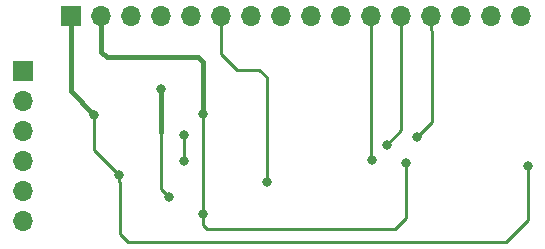
<source format=gbr>
G04 #@! TF.GenerationSoftware,KiCad,Pcbnew,(5.0.0)*
G04 #@! TF.CreationDate,2019-09-07T10:55:20+05:30*
G04 #@! TF.ProjectId,SerialShiftLCD,53657269616C53686966744C43442E6B,rev?*
G04 #@! TF.SameCoordinates,Original*
G04 #@! TF.FileFunction,Copper,L2,Bot,Signal*
G04 #@! TF.FilePolarity,Positive*
%FSLAX46Y46*%
G04 Gerber Fmt 4.6, Leading zero omitted, Abs format (unit mm)*
G04 Created by KiCad (PCBNEW (5.0.0)) date 09/07/19 10:55:20*
%MOMM*%
%LPD*%
G01*
G04 APERTURE LIST*
G04 #@! TA.AperFunction,ComponentPad*
%ADD10R,1.700000X1.700000*%
G04 #@! TD*
G04 #@! TA.AperFunction,ComponentPad*
%ADD11O,1.700000X1.700000*%
G04 #@! TD*
G04 #@! TA.AperFunction,ViaPad*
%ADD12C,0.800000*%
G04 #@! TD*
G04 #@! TA.AperFunction,Conductor*
%ADD13C,0.381000*%
G04 #@! TD*
G04 #@! TA.AperFunction,Conductor*
%ADD14C,0.254000*%
G04 #@! TD*
G04 APERTURE END LIST*
D10*
G04 #@! TO.P,J1,1*
G04 #@! TO.N,GND*
X129857500Y-38227000D03*
D11*
G04 #@! TO.P,J1,2*
G04 #@! TO.N,+5V*
X129857500Y-40767000D03*
G04 #@! TO.P,J1,3*
G04 #@! TO.N,Net-(J1-Pad3)*
X129857500Y-43307000D03*
G04 #@! TO.P,J1,4*
G04 #@! TO.N,Net-(J1-Pad4)*
X129857500Y-45847000D03*
G04 #@! TO.P,J1,5*
G04 #@! TO.N,Net-(J1-Pad5)*
X129857500Y-48387000D03*
G04 #@! TO.P,J1,6*
G04 #@! TO.N,Net-(J1-Pad6)*
X129857500Y-50927000D03*
G04 #@! TD*
D10*
G04 #@! TO.P,J3,1*
G04 #@! TO.N,GND*
X133921500Y-33528000D03*
D11*
G04 #@! TO.P,J3,2*
G04 #@! TO.N,+5V*
X136461500Y-33528000D03*
G04 #@! TO.P,J3,3*
G04 #@! TO.N,Net-(J3-Pad3)*
X139001500Y-33528000D03*
G04 #@! TO.P,J3,4*
G04 #@! TO.N,Net-(J3-Pad4)*
X141541500Y-33528000D03*
G04 #@! TO.P,J3,5*
G04 #@! TO.N,GND*
X144081500Y-33528000D03*
G04 #@! TO.P,J3,6*
G04 #@! TO.N,Net-(J3-Pad6)*
X146621500Y-33528000D03*
G04 #@! TO.P,J3,7*
G04 #@! TO.N,Net-(J3-Pad7)*
X149161500Y-33528000D03*
G04 #@! TO.P,J3,8*
G04 #@! TO.N,Net-(J3-Pad8)*
X151701500Y-33528000D03*
G04 #@! TO.P,J3,9*
G04 #@! TO.N,Net-(J3-Pad9)*
X154241500Y-33528000D03*
G04 #@! TO.P,J3,10*
G04 #@! TO.N,Net-(J3-Pad10)*
X156781500Y-33528000D03*
G04 #@! TO.P,J3,11*
G04 #@! TO.N,Net-(J3-Pad11)*
X159321500Y-33528000D03*
G04 #@! TO.P,J3,12*
G04 #@! TO.N,Net-(J3-Pad12)*
X161861500Y-33528000D03*
G04 #@! TO.P,J3,13*
G04 #@! TO.N,Net-(J3-Pad13)*
X164401500Y-33528000D03*
G04 #@! TO.P,J3,14*
G04 #@! TO.N,Net-(J3-Pad14)*
X166941500Y-33528000D03*
G04 #@! TO.P,J3,15*
G04 #@! TO.N,Net-(J3-Pad15)*
X169481500Y-33528000D03*
G04 #@! TO.P,J3,16*
G04 #@! TO.N,Net-(J3-Pad16)*
X172021500Y-33528000D03*
G04 #@! TD*
D12*
G04 #@! TO.N,GND*
X135890000Y-41910000D03*
X138023600Y-47040800D03*
X172593000Y-46228000D03*
G04 #@! TO.N,+5V*
X145110200Y-41833800D03*
X145110200Y-50292000D03*
X162255200Y-45999400D03*
G04 #@! TO.N,Net-(J1-Pad4)*
X143484600Y-43611800D03*
X143484600Y-45796200D03*
G04 #@! TO.N,Net-(J3-Pad4)*
X142240000Y-48895000D03*
X141554200Y-39700200D03*
G04 #@! TO.N,Net-(J3-Pad6)*
X150495000Y-47625000D03*
G04 #@! TO.N,Net-(J3-Pad11)*
X159385000Y-45720000D03*
G04 #@! TO.N,Net-(J3-Pad12)*
X160655000Y-44450000D03*
G04 #@! TO.N,Net-(J3-Pad13)*
X163195000Y-43815000D03*
G04 #@! TD*
D13*
G04 #@! TO.N,GND*
X133921500Y-39941500D02*
X133921500Y-33528000D01*
X135890000Y-41910000D02*
X133921500Y-39941500D01*
D14*
X135890000Y-44907200D02*
X135890000Y-41910000D01*
X138023600Y-47040800D02*
X135890000Y-44907200D01*
X138023600Y-47606485D02*
X138049000Y-47631885D01*
X138023600Y-47040800D02*
X138023600Y-47606485D01*
X138049000Y-47631885D02*
X138049000Y-51993800D01*
X138049000Y-51993800D02*
X138709400Y-52654200D01*
X138709400Y-52654200D02*
X170789600Y-52654200D01*
X170789600Y-52654200D02*
X172593000Y-50850800D01*
X172593000Y-50850800D02*
X172593000Y-46228000D01*
D13*
G04 #@! TO.N,+5V*
X136461500Y-33528000D02*
X136461500Y-36588700D01*
X136461500Y-36588700D02*
X136931400Y-37058600D01*
X136931400Y-37058600D02*
X144678400Y-37058600D01*
X144678400Y-37058600D02*
X145110200Y-37490400D01*
X145110200Y-37490400D02*
X145110200Y-41833800D01*
D14*
X145110200Y-41833800D02*
X145110200Y-50292000D01*
X162255200Y-45999400D02*
X162255200Y-50622200D01*
X162255200Y-50622200D02*
X161315400Y-51562000D01*
X161315400Y-51562000D02*
X145440400Y-51562000D01*
X145110200Y-51231800D02*
X145110200Y-50292000D01*
X145440400Y-51562000D02*
X145110200Y-51231800D01*
G04 #@! TO.N,Net-(J1-Pad4)*
X143484600Y-43611800D02*
X143484600Y-45796200D01*
G04 #@! TO.N,Net-(J3-Pad4)*
X141605000Y-48260000D02*
X142240000Y-48895000D01*
D13*
X141554200Y-39700200D02*
X141554200Y-43383200D01*
D14*
X141554200Y-48209200D02*
X142240000Y-48895000D01*
X141554200Y-43383200D02*
X141554200Y-48209200D01*
G04 #@! TO.N,Net-(J3-Pad6)*
X146621500Y-33528000D02*
X146621500Y-36766500D01*
X146621500Y-36766500D02*
X147955000Y-38100000D01*
X147955000Y-38100000D02*
X149860000Y-38100000D01*
X149860000Y-38100000D02*
X150495000Y-38735000D01*
X150495000Y-38735000D02*
X150495000Y-47625000D01*
G04 #@! TO.N,Net-(J3-Pad11)*
X159321500Y-33528000D02*
X159321500Y-45656500D01*
X159321500Y-45656500D02*
X159385000Y-45720000D01*
G04 #@! TO.N,Net-(J3-Pad12)*
X161861500Y-43243500D02*
X161861500Y-33528000D01*
X160655000Y-44450000D02*
X161861500Y-43243500D01*
G04 #@! TO.N,Net-(J3-Pad13)*
X164401500Y-34730081D02*
X164465000Y-34793581D01*
X164401500Y-33528000D02*
X164401500Y-34730081D01*
X164465000Y-34793581D02*
X164465000Y-42545000D01*
X164465000Y-42545000D02*
X163195000Y-43815000D01*
G04 #@! TD*
M02*

</source>
